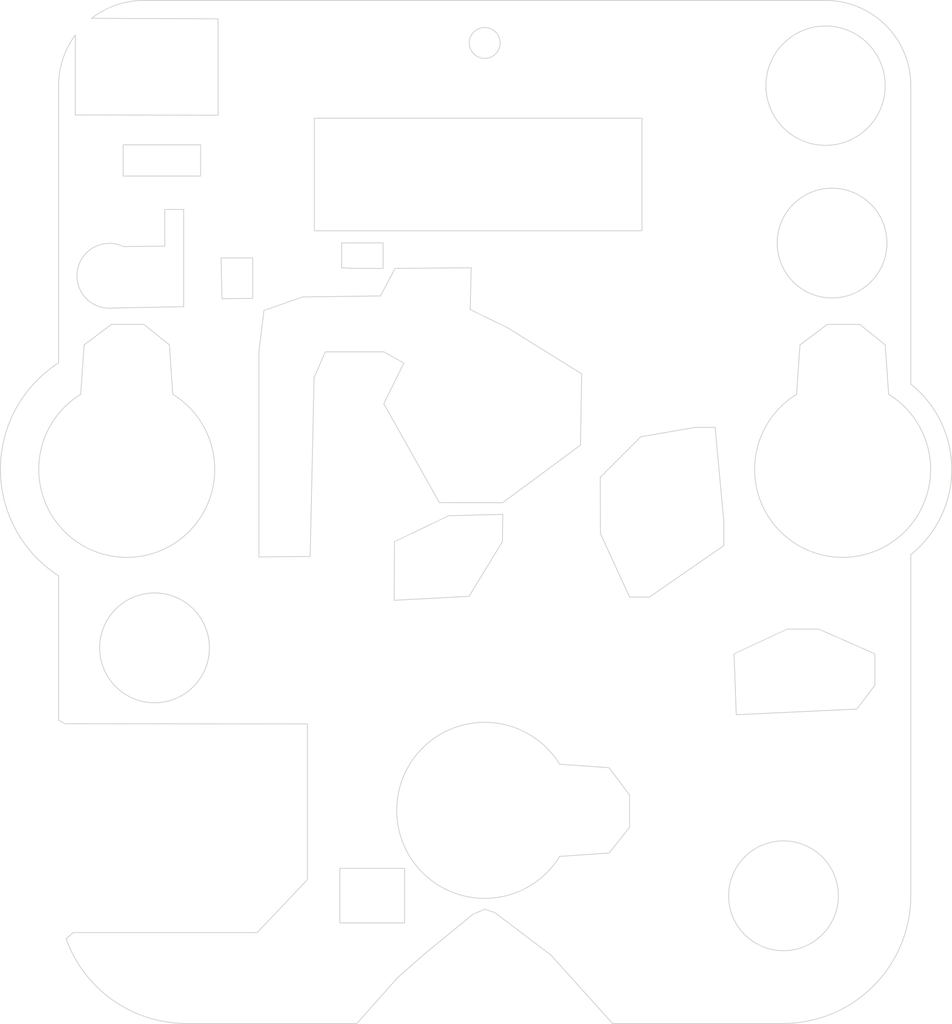
<source format=kicad_pcb>
(kicad_pcb
	(version 20241229)
	(generator "pcbnew")
	(generator_version "9.0")
	(general
		(thickness 1.6)
		(legacy_teardrops no)
	)
	(paper "A4")
	(layers
		(0 "F.Cu" signal)
		(2 "B.Cu" signal)
		(9 "F.Adhes" user "F.Adhesive")
		(11 "B.Adhes" user "B.Adhesive")
		(13 "F.Paste" user)
		(15 "B.Paste" user)
		(5 "F.SilkS" user "F.Silkscreen")
		(7 "B.SilkS" user "B.Silkscreen")
		(1 "F.Mask" user)
		(3 "B.Mask" user)
		(17 "Dwgs.User" user "User.Drawings")
		(19 "Cmts.User" user "User.Comments")
		(21 "Eco1.User" user "User.Eco1")
		(23 "Eco2.User" user "User.Eco2")
		(25 "Edge.Cuts" user)
		(27 "Margin" user)
		(31 "F.CrtYd" user "F.Courtyard")
		(29 "B.CrtYd" user "B.Courtyard")
		(35 "F.Fab" user)
		(33 "B.Fab" user)
		(39 "User.1" user)
		(41 "User.2" user)
		(43 "User.3" user)
		(45 "User.4" user)
	)
	(setup
		(pad_to_mask_clearance 0)
		(allow_soldermask_bridges_in_footprints no)
		(tenting front back)
		(pcbplotparams
			(layerselection 0x00000000_00000000_55555555_5755f5ff)
			(plot_on_all_layers_selection 0x00000000_00000000_00000000_00000000)
			(disableapertmacros no)
			(usegerberextensions no)
			(usegerberattributes yes)
			(usegerberadvancedattributes yes)
			(creategerberjobfile yes)
			(dashed_line_dash_ratio 12.000000)
			(dashed_line_gap_ratio 3.000000)
			(svgprecision 4)
			(plotframeref no)
			(mode 1)
			(useauxorigin no)
			(hpglpennumber 1)
			(hpglpenspeed 20)
			(hpglpendiameter 15.000000)
			(pdf_front_fp_property_popups yes)
			(pdf_back_fp_property_popups yes)
			(pdf_metadata yes)
			(pdf_single_document no)
			(dxfpolygonmode yes)
			(dxfimperialunits yes)
			(dxfusepcbnewfont yes)
			(psnegative no)
			(psa4output no)
			(plot_black_and_white yes)
			(sketchpadsonfab no)
			(plotpadnumbers no)
			(hidednponfab no)
			(sketchdnponfab yes)
			(crossoutdnponfab yes)
			(subtractmaskfromsilk no)
			(outputformat 1)
			(mirror no)
			(drillshape 0)
			(scaleselection 1)
			(outputdirectory "layer2-rev-")
		)
	)
	(net 0 "")
	(gr_line
		(start 85 115.5)
		(end 85 116)
		(stroke
			(width 0.2)
			(type default)
		)
		(layer "F.Mask")
		(uuid "291dbc50-b64b-4742-9bab-1407360366e1")
	)
	(gr_line
		(start 84.5 116.25)
		(end 84.5 116)
		(stroke
			(width 0.2)
			(type default)
		)
		(layer "F.Mask")
		(uuid "2d5caf7d-5105-4319-8cde-9eb35c1247b7")
	)
	(gr_line
		(start 85.25 115.75)
		(end 85 115.5)
		(stroke
			(width 0.2)
			(type default)
		)
		(layer "F.Mask")
		(uuid "387bcd26-43f4-45ac-ac3e-6a3f4faf6231")
	)
	(gr_line
		(start 84.5 116)
		(end 84.75 115.75)
		(stroke
			(width 0.2)
			(type default)
		)
		(layer "F.Mask")
		(uuid "52a17893-2337-4f90-8a9d-c49cc12d4640")
	)
	(gr_line
		(start 84.75 115.75)
		(end 85.25 115.75)
		(stroke
			(width 0.2)
			(type default)
		)
		(layer "F.Mask")
		(uuid "5d00ee23-9fa2-4c2f-9ff4-8948a75ee87b")
	)
	(gr_line
		(start 85 116)
		(end 84.75 116.25)
		(stroke
			(width 0.2)
			(type default)
		)
		(layer "F.Mask")
		(uuid "e2077f42-63dd-44b4-9cfd-02e7074a00cd")
	)
	(gr_line
		(start 84.75 116.25)
		(end 84.5 116.25)
		(stroke
			(width 0.2)
			(type default)
		)
		(layer "F.Mask")
		(uuid "fc1c103c-2f4d-438e-b1ab-fda0e8fd0e11")
	)
	(gr_line
		(start 84.5 116.25)
		(end 84.75 116.25)
		(stroke
			(width 0.2)
			(type default)
		)
		(layer "B.Mask")
		(uuid "365cdb0a-5e55-46c8-ab11-9a0371b2359c")
	)
	(gr_line
		(start 84.5 116)
		(end 84.5 116.25)
		(stroke
			(width 0.2)
			(type default)
		)
		(layer "B.Mask")
		(uuid "64b40604-6c35-47e4-9b63-002448de2724")
	)
	(gr_line
		(start 85.25 115.75)
		(end 84.75 115.75)
		(stroke
			(width 0.2)
			(type default)
		)
		(layer "B.Mask")
		(uuid "6e41e306-f3e2-4c75-95e6-05e3498fa585")
	)
	(gr_line
		(start 85 115.5)
		(end 85.25 115.75)
		(stroke
			(width 0.2)
			(type default)
		)
		(layer "B.Mask")
		(uuid "9ebf93aa-4689-48da-aa33-6ce8c669c953")
	)
	(gr_line
		(start 84.75 116.25)
		(end 85 116)
		(stroke
			(width 0.2)
			(type default)
		)
		(layer "B.Mask")
		(uuid "b22dc479-0fdb-4744-b9ee-d1279e65ce0a")
	)
	(gr_line
		(start 85 116)
		(end 85 115.5)
		(stroke
			(width 0.2)
			(type default)
		)
		(layer "B.Mask")
		(uuid "b619083c-4989-492b-8eac-1dc82bc98080")
	)
	(gr_line
		(start 84.75 115.75)
		(end 84.5 116)
		(stroke
			(width 0.2)
			(type default)
		)
		(layer "B.Mask")
		(uuid "d45cbf92-53b7-4b01-93e9-2cba7184a1e7")
	)
	(gr_arc
		(start 77.5 117.5)
		(mid 73.188171 116.136622)
		(end 70.443983 112.542168)
		(stroke
			(width 0.05)
			(type default)
		)
		(layer "Edge.Cuts")
		(uuid "004fa5d5-ea8e-4bec-9c22-93fad6e02a66")
	)
	(gr_line
		(start 79.36 64.23)
		(end 79.36 58.58)
		(stroke
			(width 0.05)
			(type default)
		)
		(layer "Edge.Cuts")
		(uuid "00a2fb61-9ece-4801-b9be-dea885ba4f4c")
	)
	(gr_line
		(start 89.9 114.8)
		(end 91.5 113.4)
		(stroke
			(width 0.05)
			(type default)
		)
		(layer "Edge.Cuts")
		(uuid "0269d3d1-a0f3-443a-a1cb-d6fc34abb130")
	)
	(gr_line
		(start 109.76 99.39)
		(end 116.83 99.06)
		(stroke
			(width 0.05)
			(type default)
		)
		(layer "Edge.Cuts")
		(uuid "059f18f1-8183-4c78-b2c0-55b5157d8b55")
	)
	(gr_line
		(start 94.08 92.45)
		(end 89.69 92.68)
		(stroke
			(width 0.05)
			(type default)
		)
		(layer "Edge.Cuts")
		(uuid "0846248f-00ac-4f16-ae66-afaac09740df")
	)
	(gr_line
		(start 118.5 77.7)
		(end 118.7 80.600001)
		(stroke
			(width 0.05)
			(type default)
		)
		(layer "Edge.Cuts")
		(uuid "0a1e2990-cf4b-4567-82fc-f13fdec719e8")
	)
	(gr_line
		(start 94.3 111.1)
		(end 95 110.8)
		(stroke
			(width 0.05)
			(type default)
		)
		(layer "Edge.Cuts")
		(uuid "0bb6c111-a0dd-48e0-abe1-05e88d9f38d8")
	)
	(gr_circle
		(center 115.379752 71.73)
		(end 117.979752 73.63)
		(stroke
			(width 0.05)
			(type default)
		)
		(fill no)
		(layer "Edge.Cuts")
		(uuid "10aa2871-50b2-4b61-97a9-da72543b33ae")
	)
	(gr_line
		(start 70.443983 112.542168)
		(end 70.86 112.17)
		(stroke
			(width 0.05)
			(type default)
		)
		(layer "Edge.Cuts")
		(uuid "147c4862-689a-4673-a3b7-5a98f2b23f96")
	)
	(gr_line
		(start 73.1 76.5)
		(end 75 76.5)
		(stroke
			(width 0.05)
			(type default)
		)
		(layer "Edge.Cuts")
		(uuid "16e355e7-db05-4869-893a-47c77ab8d5e8")
	)
	(gr_line
		(start 116.83 99.06)
		(end 117.89 97.67)
		(stroke
			(width 0.05)
			(type default)
		)
		(layer "Edge.Cuts")
		(uuid "1c090ab6-7338-41af-bf06-61ec0546cfbf")
	)
	(gr_line
		(start 108.52 82.54)
		(end 109.03 88.07)
		(stroke
			(width 0.05)
			(type default)
		)
		(layer "Edge.Cuts")
		(uuid "1e03e4b9-635b-4f8d-b22d-10ea5ea422dc")
	)
	(gr_line
		(start 102.3 102.5)
		(end 103.5 104.1)
		(stroke
			(width 0.05)
			(type default)
		)
		(layer "Edge.Cuts")
		(uuid "1ebe5f98-85d6-41b3-a7b0-b5e4ee42d5cd")
	)
	(gr_line
		(start 103.5 106)
		(end 102.3 107.5)
		(stroke
			(width 0.05)
			(type default)
		)
		(layer "Edge.Cuts")
		(uuid "22ede959-cc79-4962-93d9-dc1f2486e7a6")
	)
	(gr_line
		(start 71.294418 80.603432)
		(end 71.5 77.7)
		(stroke
			(width 0.05)
			(type default)
		)
		(layer "Edge.Cuts")
		(uuid "2a32b853-1648-4e01-b75c-f99f79da6df4")
	)
	(gr_line
		(start 107.35 82.54)
		(end 108.52 82.54)
		(stroke
			(width 0.05)
			(type default)
		)
		(layer "Edge.Cuts")
		(uuid "2ac7c2f8-f25c-4e32-add5-00b08b10fa97")
	)
	(gr_line
		(start 81.65 112.17)
		(end 84.6 109.06)
		(stroke
			(width 0.05)
			(type default)
		)
		(layer "Edge.Cuts")
		(uuid "322fe09a-18bb-4db7-a57b-8d012a5c25b8")
	)
	(gr_line
		(start 85.65 78.11)
		(end 84.99 79.62)
		(stroke
			(width 0.05)
			(type default)
		)
		(layer "Edge.Cuts")
		(uuid "33e25e3d-9b2a-404e-b415-cb18004ba87b")
	)
	(gr_line
		(start 90.26 78.77)
		(end 89.08 78.11)
		(stroke
			(width 0.05)
			(type default)
		)
		(layer "Edge.Cuts")
		(uuid "36a2e9e1-4fd1-4d99-a0fd-30792caf1c37")
	)
	(gr_line
		(start 81.39 74.97)
		(end 81.39 72.6)
		(stroke
			(width 0.05)
			(type default)
		)
		(layer "Edge.Cuts")
		(uuid "375270fe-9900-495f-86b0-6b3f0f41ccef")
	)
	(gr_line
		(start 103.5 104.1)
		(end 103.5 106)
		(stroke
			(width 0.05)
			(type default)
		)
		(layer "Edge.Cuts")
		(uuid "3f3949d3-0839-4110-80d0-bb5da0620611")
	)
	(gr_line
		(start 76.5 77.7)
		(end 76.7 80.600001)
		(stroke
			(width 0.05)
			(type default)
		)
		(layer "Edge.Cuts")
		(uuid "3f4d7a63-af77-4392-b4b8-8813c677d9f7")
	)
	(gr_line
		(start 70.978829 59.531734)
		(end 70.98 64.22)
		(stroke
			(width 0.05)
			(type default)
		)
		(layer "Edge.Cuts")
		(uuid "4104f8b6-6c80-4001-b098-a6e6a4cf3983")
	)
	(gr_line
		(start 92.34 86.95)
		(end 89.08 81.15)
		(stroke
			(width 0.05)
			(type default)
		)
		(layer "Edge.Cuts")
		(uuid "44b1042a-9776-4a70-be1d-9266cd15f62d")
	)
	(gr_line
		(start 103.5 92.49)
		(end 101.79 88.77)
		(stroke
			(width 0.05)
			(type default)
		)
		(layer "Edge.Cuts")
		(uuid "45d214d7-3356-491a-95d8-d19fda728cbd")
	)
	(gr_line
		(start 89.08 78.11)
		(end 85.65 78.11)
		(stroke
			(width 0.05)
			(type default)
		)
		(layer "Edge.Cuts")
		(uuid "46a916bd-1d56-450c-a799-374297b9c420")
	)
	(gr_line
		(start 81.75 78.11)
		(end 82.05 75.68)
		(stroke
			(width 0.05)
			(type default)
		)
		(layer "Edge.Cuts")
		(uuid "49346f5f-a13f-476f-a0c3-f073d18fb704")
	)
	(gr_line
		(start 75 76.5)
		(end 76.5 77.7)
		(stroke
			(width 0.05)
			(type default)
		)
		(layer "Edge.Cuts")
		(uuid "4aa74865-f13e-4bdd-923a-83f7ea2d128f")
	)
	(gr_line
		(start 90.3 108.4)
		(end 86.5 108.4)
		(stroke
			(width 0.05)
			(type default)
		)
		(layer "Edge.Cuts")
		(uuid "4ae82be6-5ccd-47f0-a009-38352e1efb5a")
	)
	(gr_line
		(start 98.9 113.5)
		(end 102.5 117.5)
		(stroke
			(width 0.05)
			(type default)
		)
		(layer "Edge.Cuts")
		(uuid "4b1573b5-b8e3-40e4-a84b-c96c125d9e88")
	)
	(gr_line
		(start 94.21 73.18)
		(end 94.15 75.63)
		(stroke
			(width 0.05)
			(type default)
		)
		(layer "Edge.Cuts")
		(uuid "4bb4c246-7f37-4d11-a0af-83ddd81a5ec3")
	)
	(gr_line
		(start 104.67 92.49)
		(end 103.5 92.49)
		(stroke
			(width 0.05)
			(type default)
		)
		(layer "Edge.Cuts")
		(uuid "4d75b96a-b333-4ca1-994e-dbeeca023090")
	)
	(gr_line
		(start 95.6 111)
		(end 98.9 113.5)
		(stroke
			(width 0.05)
			(type default)
		)
		(layer "Edge.Cuts")
		(uuid "4db7653e-1878-4109-a177-706aa7e92a55")
	)
	(gr_line
		(start 101.79 88.77)
		(end 101.78 85.47)
		(stroke
			(width 0.05)
			(type default)
		)
		(layer "Edge.Cuts")
		(uuid "52c3be80-f4b3-4682-9463-75c9c34be010")
	)
	(gr_line
		(start 86.5 108.4)
		(end 86.5 111.6)
		(stroke
			(width 0.05)
			(type default)
		)
		(layer "Edge.Cuts")
		(uuid "52d682e1-7be0-4ead-a245-9c6a00a8ad08")
	)
	(gr_line
		(start 70.37 99.92)
		(end 70 99.7)
		(stroke
			(width 0.05)
			(type default)
		)
		(layer "Edge.Cuts")
		(uuid "53044024-0845-4f95-a822-d552df13b9df")
	)
	(gr_line
		(start 86.5 111.6)
		(end 90.3 111.6)
		(stroke
			(width 0.05)
			(type default)
		)
		(layer "Edge.Cuts")
		(uuid "55591499-f534-4d4d-9864-f154db9cab56")
	)
	(gr_line
		(start 117.89 95.82)
		(end 114.6 94.37)
		(stroke
			(width 0.05)
			(type default)
		)
		(layer "Edge.Cuts")
		(uuid "567c6c3e-669e-45de-a031-3418e16b1cd1")
	)
	(gr_line
		(start 113.294418 80.603432)
		(end 113.5 77.7)
		(stroke
			(width 0.05)
			(type default)
		)
		(layer "Edge.Cuts")
		(uuid "57b48933-82f6-45b3-a73d-27b1a5b70f89")
	)
	(gr_line
		(start 81.39 72.6)
		(end 79.53 72.6)
		(stroke
			(width 0.05)
			(type default)
		)
		(layer "Edge.Cuts")
		(uuid "5807e78d-cb66-4191-8609-a7b0c8ffce17")
	)
	(gr_line
		(start 77.34 75.46)
		(end 77.34 69.76)
		(stroke
			(width 0.05)
			(type default)
		)
		(layer "Edge.Cuts")
		(uuid "59141c79-91ed-4ba1-9b40-2216bd5f277f")
	)
	(gr_line
		(start 120.000001 90.000001)
		(end 120.000001 110.000001)
		(stroke
			(width 0.05)
			(type default)
		)
		(layer "Edge.Cuts")
		(uuid "5990ee14-9058-49b7-884c-44ec583197df")
	)
	(gr_line
		(start 100.69 79.4)
		(end 100.62 83.58)
		(stroke
			(width 0.05)
			(type default)
		)
		(layer "Edge.Cuts")
		(uuid "59e80435-ef9e-4d76-a345-7a4e0392360f")
	)
	(gr_circle
		(center 75.63 95.47)
		(end 78.23 97.37)
		(stroke
			(width 0.05)
			(type default)
		)
		(fill no)
		(layer "Edge.Cuts")
		(uuid "5deae637-4f3e-4205-a95a-1f15e06b91ab")
	)
	(gr_line
		(start 79.53 72.6)
		(end 79.59 75)
		(stroke
			(width 0.05)
			(type default)
		)
		(layer "Edge.Cuts")
		(uuid "5e0550b6-db86-4042-95a4-8c472e8b32a6")
	)
	(gr_line
		(start 89.74 73.215)
		(end 94.21 73.18)
		(stroke
			(width 0.05)
			(type default)
		)
		(layer "Edge.Cuts")
		(uuid "60b1cf09-acbc-4347-9fb0-0adcf53700cb")
	)
	(gr_line
		(start 102.3 107.5)
		(end 99.399999 107.7)
		(stroke
			(width 0.05)
			(type default)
		)
		(layer "Edge.Cuts")
		(uuid "62065061-1aaf-4e35-91b8-d4b3d57e6889")
	)
	(gr_line
		(start 109.03 89.47)
		(end 104.67 92.49)
		(stroke
			(width 0.05)
			(type default)
		)
		(layer "Edge.Cuts")
		(uuid "63908dbc-e2cc-44f3-8fba-822e45391599")
	)
	(gr_line
		(start 113.5 77.7)
		(end 115.1 76.5)
		(stroke
			(width 0.05)
			(type default)
		)
		(layer "Edge.Cuts")
		(uuid "6597aa31-54c0-47fb-8732-ac012a62dfc7")
	)
	(gr_line
		(start 87.5 117.5)
		(end 89.9 114.8)
		(stroke
			(width 0.05)
			(type default)
		)
		(layer "Edge.Cuts")
		(uuid "67529037-017b-4f19-95da-0ace50cc56f8")
	)
	(gr_arc
		(start 120 80.000001)
		(mid 122.403123 85.000001)
		(end 119.999998 90)
		(stroke
			(width 0.05)
			(type solid)
		)
		(layer "Edge.Cuts")
		(uuid "6ab40d6f-2486-4cef-9ce2-329fc87a13e3")
	)
	(gr_line
		(start 89.04 73.22)
		(end 89.04 71.72)
		(stroke
			(width 0.05)
			(type default)
		)
		(layer "Edge.Cuts")
		(uuid "6dc19974-ebf9-4fd5-93f4-2a09631be759")
	)
	(gr_line
		(start 109.03 88.07)
		(end 109.03 89.47)
		(stroke
			(width 0.05)
			(type default)
		)
		(layer "Edge.Cuts")
		(uuid "704411d6-c635-4da6-b8d8-6fe8fb04b53f")
	)
	(gr_line
		(start 82.05 75.68)
		(end 84.32 74.89)
		(stroke
			(width 0.05)
			(type default)
		)
		(layer "Edge.Cuts")
		(uuid "72628e73-eeeb-42de-a852-43597aabf92b")
	)
	(gr_line
		(start 84.99 79.62)
		(end 84.76 90.11)
		(stroke
			(width 0.05)
			(type default)
		)
		(layer "Edge.Cuts")
		(uuid "72ddadf5-092f-4e4d-9a74-e83b0ad7f34c")
	)
	(gr_line
		(start 86.61 71.72)
		(end 86.61 73.18)
		(stroke
			(width 0.05)
			(type default)
		)
		(layer "Edge.Cuts")
		(uuid "73140d8a-0592-44e9-a1b0-b71df8e4ff6f")
	)
	(gr_line
		(start 84.32 74.89)
		(end 88.89 74.83)
		(stroke
			(width 0.05)
			(type default)
		)
		(layer "Edge.Cuts")
		(uuid "7342c35c-16fe-4511-84b0-7c7bd1490673")
	)
	(gr_line
		(start 100.62 83.58)
		(end 96.05 86.96)
		(stroke
			(width 0.05)
			(type default)
		)
		(layer "Edge.Cuts")
		(uuid "734480ad-f9c6-4d5e-94df-5b57ed32df55")
	)
	(gr_arc
		(start 71.935122 58.549491)
		(mid 73.380208 57.769644)
		(end 75 57.5)
		(stroke
			(width 0.05)
			(type default)
		)
		(layer "Edge.Cuts")
		(uuid "76054316-9c1d-451f-9228-746c606e7fae")
	)
	(gr_line
		(start 115 57.5)
		(end 75 57.5)
		(stroke
			(width 0.05)
			(type default)
		)
		(layer "Edge.Cuts")
		(uuid "765db983-65fd-4913-8f8f-25025b70eb25")
	)
	(gr_line
		(start 70.98 64.22)
		(end 79.36 64.23)
		(stroke
			(width 0.05)
			(type default)
		)
		(layer "Edge.Cuts")
		(uuid "787c5f64-1673-4e51-b7a4-5ba7dd20d3bd")
	)
	(gr_line
		(start 88.89 74.83)
		(end 89.74 73.215)
		(stroke
			(width 0.05)
			(type default)
		)
		(layer "Edge.Cuts")
		(uuid "78a12556-9d3c-4a26-ae4c-0dbe53c76ba9")
	)
	(gr_line
		(start 76.23 69.76)
		(end 76.23 71.91)
		(stroke
			(width 0.05)
			(type default)
		)
		(layer "Edge.Cuts")
		(uuid "7a634b46-260d-4545-9b8c-a3654420f2a8")
	)
	(gr_line
		(start 70 78.759626)
		(end 70 62.5)
		(stroke
			(width 0.05)
			(type default)
		)
		(layer "Edge.Cuts")
		(uuid "7e7aa2ab-a206-4980-86ac-5bd7af50e3d7")
	)
	(gr_rect
		(start 85.01 64.41)
		(end 104.23 71.01)
		(stroke
			(width 0.05)
			(type default)
		)
		(fill no)
		(layer "Edge.Cuts")
		(uuid "81a9623d-68bc-4395-9d77-82edb4508207")
	)
	(gr_arc
		(start 70.000001 91.240376)
		(mid 66.587694 85.000001)
		(end 69.999999 78.759626)
		(stroke
			(width 0.05)
			(type solid)
		)
		(layer "Edge.Cuts")
		(uuid "82306f3f-9673-4fcd-962c-0ad4cf5f4285")
	)
	(gr_arc
		(start 73.2 75.54)
		(mid 71.103716 73.333678)
		(end 73.807496 71.936597)
		(stroke
			(width 0.05)
			(type default)
		)
		(layer "Edge.Cuts")
		(uuid "846efb85-e531-4e89-82b3-dd2f28d31ecf")
	)
	(gr_line
		(start 84.76 90.11)
		(end 81.75 90.14)
		(stroke
			(width 0.05)
			(type default)
		)
		(layer "Edge.Cuts")
		(uuid "86e61c26-2b0f-40bd-8803-d13e2ad07032")
	)
	(gr_line
		(start 96.04 89.24)
		(end 94.08 92.45)
		(stroke
			(width 0.05)
			(type default)
		)
		(layer "Edge.Cuts")
		(uuid "8acec253-867f-431a-ba3b-79f7cb2c50aa")
	)
	(gr_line
		(start 117 76.5)
		(end 118.5 77.7)
		(stroke
			(width 0.05)
			(type default)
		)
		(layer "Edge.Cuts")
		(uuid "8f023f80-89a5-4f43-b35e-22c61bdca201")
	)
	(gr_line
		(start 112.5 117.5)
		(end 102.5 117.5)
		(stroke
			(width 0.05)
			(type default)
		)
		(layer "Edge.Cuts")
		(uuid "925f9c2b-f54c-4ac3-9e29-eab7f00ac52b")
	)
	(gr_line
		(start 95 110.8)
		(end 95.6 111)
		(stroke
			(width 0.05)
			(type default)
		)
		(layer "Edge.Cuts")
		(uuid "9417b643-bf87-4824-a08d-072f2a6f59f3")
	)
	(gr_line
		(start 109.63 95.82)
		(end 109.76 99.39)
		(stroke
			(width 0.05)
			(type default)
		)
		(layer "Edge.Cuts")
		(uuid "947e5641-2514-4357-9969-e30674b59045")
	)
	(gr_line
		(start 96.38 76.72)
		(end 100.69 79.4)
		(stroke
			(width 0.05)
			(type default)
		)
		(layer "Edge.Cuts")
		(uuid "983fdea2-b763-451b-a275-211759c73a6d")
	)
	(gr_line
		(start 79.36 58.58)
		(end 71.935124 58.549491)
		(stroke
			(width 0.05)
			(type default)
		)
		(layer "Edge.Cuts")
		(uuid "990b0791-c55c-4338-b709-9d26e97e319d")
	)
	(gr_line
		(start 96.06 87.64)
		(end 96.04 89.24)
		(stroke
			(width 0.05)
			(type default)
		)
		(layer "Edge.Cuts")
		(uuid "99fde531-80b1-47a5-8096-2ff88e962daa")
	)
	(gr_line
		(start 81.75 90.14)
		(end 81.75 78.11)
		(stroke
			(width 0.05)
			(type default)
		)
		(layer "Edge.Cuts")
		(uuid "9ca3b812-b79f-467d-865e-86366112a43e")
	)
	(gr_circle
		(center 112.529752 110.01)
		(end 115.129752 111.91)
		(stroke
			(width 0.05)
			(type default)
		)
		(fill no)
		(layer "Edge.Cuts")
		(uuid "9f52ec7c-1f49-40c4-a0c5-8a5b4afad1de")
	)
	(gr_line
		(start 114.6 94.37)
		(end 112.75 94.37)
		(stroke
			(width 0.05)
			(type default)
		)
		(layer "Edge.Cuts")
		(uuid "9f834304-5f76-466b-b221-c8b1609a66b1")
	)
	(gr_circle
		(center 95 59.994461)
		(end 95.78 60.454461)
		(stroke
			(width 0.05)
			(type default)
		)
		(fill no)
		(layer "Edge.Cuts")
		(uuid "a0f805ff-afea-48bd-840e-2a574086a3ed")
	)
	(gr_line
		(start 84.6 109.06)
		(end 84.6 99.93)
		(stroke
			(width 0.05)
			(type default)
		)
		(layer "Edge.Cuts")
		(uuid "a8e33af0-e7f1-452a-a75b-2b7f0d3a65e2")
	)
	(gr_line
		(start 90.3 111.6)
		(end 90.3 108.4)
		(stroke
			(width 0.05)
			(type default)
		)
		(layer "Edge.Cuts")
		(uuid "ad15f8b1-b3b8-4e90-80d1-d06fa3ec5003")
	)
	(gr_line
		(start 79.59 75)
		(end 81.39 74.97)
		(stroke
			(width 0.05)
			(type default)
		)
		(layer "Edge.Cuts")
		(uuid "ada9ccf1-2808-4295-85d6-f0359fdf78ea")
	)
	(gr_line
		(start 96.05 86.96)
		(end 92.34 86.95)
		(stroke
			(width 0.05)
			(type default)
		)
		(layer "Edge.Cuts")
		(uuid "adb1a257-fb65-4786-9c78-81868aaf65fa")
	)
	(gr_arc
		(start 115 57.5)
		(mid 118.535534 58.964466)
		(end 120 62.5)
		(stroke
			(width 0.05)
			(type default)
		)
		(layer "Edge.Cuts")
		(uuid "aea86b4f-dbe5-4214-96df-2e559b084662")
	)
	(gr_line
		(start 89.04 71.72)
		(end 86.61 71.72)
		(stroke
			(width 0.05)
			(type default)
		)
		(layer "Edge.Cuts")
		(uuid "b1224957-365e-4d4f-a4b0-d7e298f24b67")
	)
	(gr_line
		(start 112.75 94.37)
		(end 109.63 95.82)
		(stroke
			(width 0.05)
			(type default)
		)
		(layer "Edge.Cuts")
		(uuid "b2bcf9cc-5f9a-4dc4-8fd0-d4a7bdb68da1")
	)
	(gr_line
		(start 70.86 112.17)
		(end 81.65 112.17)
		(stroke
			(width 0.05)
			(type default)
		)
		(layer "Edge.Cuts")
		(uuid "b3b932c9-d810-4706-8da0-56206857890d")
	)
	(gr_line
		(start 91.5 113.4)
		(end 94.3 111.1)
		(stroke
			(width 0.05)
			(type default)
		)
		(layer "Edge.Cuts")
		(uuid "b74b6b12-1c33-4638-be12-8335868a5094")
	)
	(gr_line
		(start 120 62.5)
		(end 120 79.999999)
		(stroke
			(width 0.05)
			(type default)
		)
		(layer "Edge.Cuts")
		(uuid "be40ea3f-8e5e-41bf-a48f-3852d1190bc8")
	)
	(gr_arc
		(start 70 62.5)
		(mid 70.251021 60.937253)
		(end 70.978829 59.531734)
		(stroke
			(width 0.05)
			(type default)
		)
		(layer "Edge.Cuts")
		(uuid "c16d926c-64ab-45d1-936d-2f26917a7a8a")
	)
	(gr_line
		(start 84.6 99.93)
		(end 70.37 99.92)
		(stroke
			(width 0.05)
			(type default)
		)
		(layer "Edge.Cuts")
		(uuid "c544e55f-58bd-4830-a717-f3a86de576d9")
	)
	(gr_circle
		(center 115 62.5)
		(end 118.5 62.5)
		(stroke
			(width 0.05)
			(type solid)
		)
		(fill no)
		(layer "Edge.Cuts")
		(uuid "c8176f1b-7d6a-41fd-a50c-ebceeeb5594b")
	)
	(gr_line
		(start 101.78 85.47)
		(end 104.16 83.09)
		(stroke
			(width 0.05)
			(type default)
		)
		(layer "Edge.Cuts")
		(uuid "cd8a3f16-f542-4e99-a853-f411ec177858")
	)
	(gr_line
		(start 92.89 87.72)
		(end 96.06 87.64)
		(stroke
			(width 0.05)
			(type default)
		)
		(layer "Edge.Cuts")
		(uuid "d063194f-b033-47d4-a3c4-758cea63cf54")
	)
	(gr_line
		(start 87.5 117.5)
		(end 77.5 117.5)
		(stroke
			(width 0.05)
			(type default)
		)
		(layer "Edge.Cuts")
		(uuid "d755bdb8-0e06-44d7-af98-34f1b6d35199")
	)
	(gr_line
		(start 89.69 92.68)
		(end 89.71 89.24)
		(stroke
			(width 0.05)
			(type default)
		)
		(layer "Edge.Cuts")
		(uuid "da5e65e2-1ff9-4b14-9572-192c9284081c")
	)
	(gr_line
		(start 71.5 77.7)
		(end 73.1 76.5)
		(stroke
			(width 0.05)
			(type default)
		)
		(layer "Edge.Cuts")
		(uuid "df81a079-8386-4eaa-83b3-6b5420a8e11c")
	)
	(gr_rect
		(start 73.79 65.97)
		(end 78.33 67.8)
		(stroke
			(width 0.05)
			(type default)
		)
		(fill no)
		(layer "Edge.Cuts")
		(uuid "e2b46ca4-88e8-4334-936f-6d03d39bcb56")
	)
	(gr_arc
		(start 120 110)
		(mid 117.803301 115.303301)
		(end 112.5 117.5)
		(stroke
			(width 0.05)
			(type default)
		)
		(layer "Edge.Cuts")
		(uuid "e4ea7325-e188-4ae8-94c4-01a119e140d2")
	)
	(gr_line
		(start 115.1 76.5)
		(end 117 76.5)
		(stroke
			(width 0.05)
			(type default)
		)
		(layer "Edge.Cuts")
		(uuid "e55194e8-5155-42cf-b9f3-36f648f5776c")
	)
	(gr_line
		(start 104.16 83.09)
		(end 107.35 82.54)
		(stroke
			(width 0.05)
			(type default)
		)
		(layer "Edge.Cuts")
		(uuid "e6049c96-9146-4acd-87a9-813aa89a28b3")
	)
	(gr_line
		(start 77.34 69.76)
		(end 76.23 69.76)
		(stroke
			(width 0.05)
			(type default)
		)
		(layer "Edge.Cuts")
		(uuid "e66ca611-8aa3-49ce-8897-67b5a0caff42")
	)
	(gr_line
		(start 87.24 73.21)
		(end 89.04 73.22)
		(stroke
			(width 0.05)
			(type default)
		)
		(layer "Edge.Cuts")
		(uuid "e9fb543d-416a-4f46-b73b-ae2d306d9acf")
	)
	(gr_line
		(start 94.15 75.63)
		(end 96.38 76.72)
		(stroke
			(width 0.05)
			(type default)
		)
		(layer "Edge.Cuts")
		(uuid "ed0b7f59-3727-40be-a947-906fd8c76b47")
	)
	(gr_arc
		(start 99.4 107.7)
		(mid 89.837637 105.003276)
		(end 99.39657 102.294418)
		(stroke
			(width 0.05)
			(type default)
		)
		(layer "Edge.Cuts")
		(uuid "f27daa55-66de-4b8d-96fa-ae71cea94dab")
	)
	(gr_line
		(start 73.2 75.54)
		(end 77.34 75.46)
		(stroke
			(width 0.05)
			(type default)
		)
		(layer "Edge.Cuts")
		(uuid "f27e2fac-0758-4520-9e41-0ceff96d9a92")
	)
	(gr_line
		(start 117.89 97.67)
		(end 117.89 95.82)
		(stroke
			(width 0.05)
			(type default)
		)
		(layer "Edge.Cuts")
		(uuid "f2955fec-6c5e-4a9f-80db-cb46937d878d")
	)
	(gr_arc
		(start 76.7 80.6)
		(mid 74.003276 90.162363)
		(end 71.294418 80.603429)
		(stroke
			(width 0.05)
			(type default)
		)
		(layer "Edge.Cuts")
		(uuid "f4a17a6b-0a05-45f7-b564-0dbd20143e01")
	)
	(gr_line
		(start 89.71 89.24)
		(end 92.89 87.72)
		(stroke
			(width 0.05)
			(type default)
		)
		(layer "Edge.Cuts")
		(uuid "f520f67e-c612-4b8b-924b-0e5647272431")
	)
	(gr_line
		(start 89.08 81.15)
		(end 90.26 78.77)
		(stroke
			(width 0.05)
			(type default)
		)
		(layer "Edge.Cuts")
		(uuid "f5e02b6f-f87d-4c1d-9661-f2ba15cbbc2d")
	)
	(gr_line
		(start 76.23 71.91)
		(end 73.807495 71.936597)
		(stroke
			(width 0.05)
			(type default)
		)
		(layer "Edge.Cuts")
		(uuid "f62843c0-637b-4482-a716-8dc476052566")
	)
	(gr_line
		(start 86.61 73.18)
		(end 87.24 73.21)
		(stroke
			(width 0.05)
			(type default)
		)
		(layer "Edge.Cuts")
		(uuid "f8f78f31-d9e3-4227-b177-0e9368324c94")
	)
	(gr_line
		(start 99.396568 102.294418)
		(end 102.3 102.5)
		(stroke
			(width 0.05)
			(type default)
		)
		(layer "Edge.Cuts")
		(uuid "fa302666-52b1-4eb9-a734-9892bf5aa7f0")
	)
	(gr_arc
		(start 118.7 80.6)
		(mid 116.003276 90.162363)
		(end 113.294418 80.603429)
		(stroke
			(width 0.05)
			(type default)
		)
		(layer "Edge.Cuts")
		(uuid "feff8604-e0f8-4c5c-a6fd-e472eeb479ad")
	)
	(gr_line
		(start 70 99.7)
		(end 70.000003 91.240376)
		(stroke
			(width 0.05)
			(type default)
		)
		(layer "Edge.Cuts")
		(uuid "ff4a7164-00c9-4bc6-a61f-db95c3d28572")
	)
	(gr_text "tadpoleswadge\nrev-\nlayer2"
		(at 100.69 96.23 0)
		(layer "F.Mask")
		(uuid "9850f31c-83ed-4e03-9209-60d095cd22e5")
		(effects
			(font
				(size 1.5 1.5)
				(thickness 0.3)
				(bold yes)
			)
		)
	)
	(embedded_fonts no)
)

</source>
